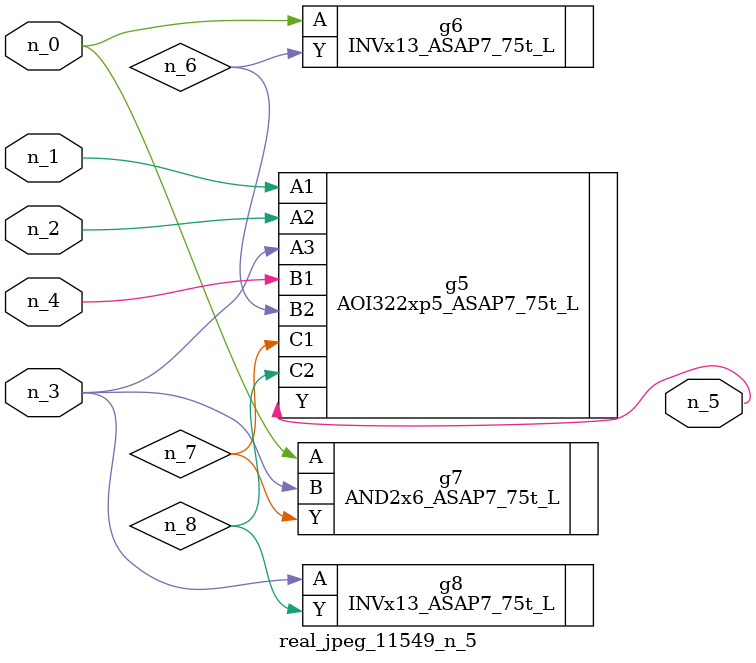
<source format=v>
module real_jpeg_11549_n_5 (n_4, n_0, n_1, n_2, n_3, n_5);

input n_4;
input n_0;
input n_1;
input n_2;
input n_3;

output n_5;

wire n_8;
wire n_6;
wire n_7;

INVx13_ASAP7_75t_L g6 ( 
.A(n_0),
.Y(n_6)
);

AND2x6_ASAP7_75t_L g7 ( 
.A(n_0),
.B(n_3),
.Y(n_7)
);

AOI322xp5_ASAP7_75t_L g5 ( 
.A1(n_1),
.A2(n_2),
.A3(n_3),
.B1(n_4),
.B2(n_6),
.C1(n_7),
.C2(n_8),
.Y(n_5)
);

INVx13_ASAP7_75t_L g8 ( 
.A(n_3),
.Y(n_8)
);


endmodule
</source>
